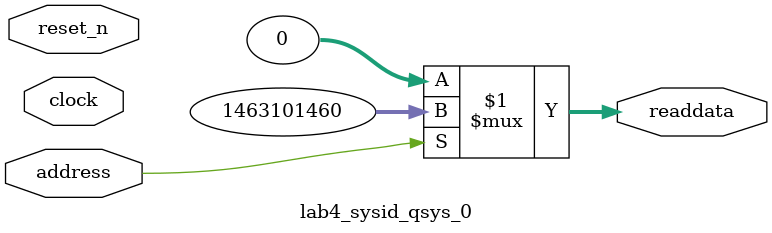
<source format=v>

`timescale 1ns / 1ps
// synthesis translate_on

// turn off superfluous verilog processor warnings 
// altera message_level Level1 
// altera message_off 10034 10035 10036 10037 10230 10240 10030 

module lab4_sysid_qsys_0 (
               // inputs:
                address,
                clock,
                reset_n,

               // outputs:
                readdata
             )
;

  output  [ 31: 0] readdata;
  input            address;
  input            clock;
  input            reset_n;

  wire    [ 31: 0] readdata;
  //control_slave, which is an e_avalon_slave
  assign readdata = address ? 1463101460 : 0;

endmodule




</source>
